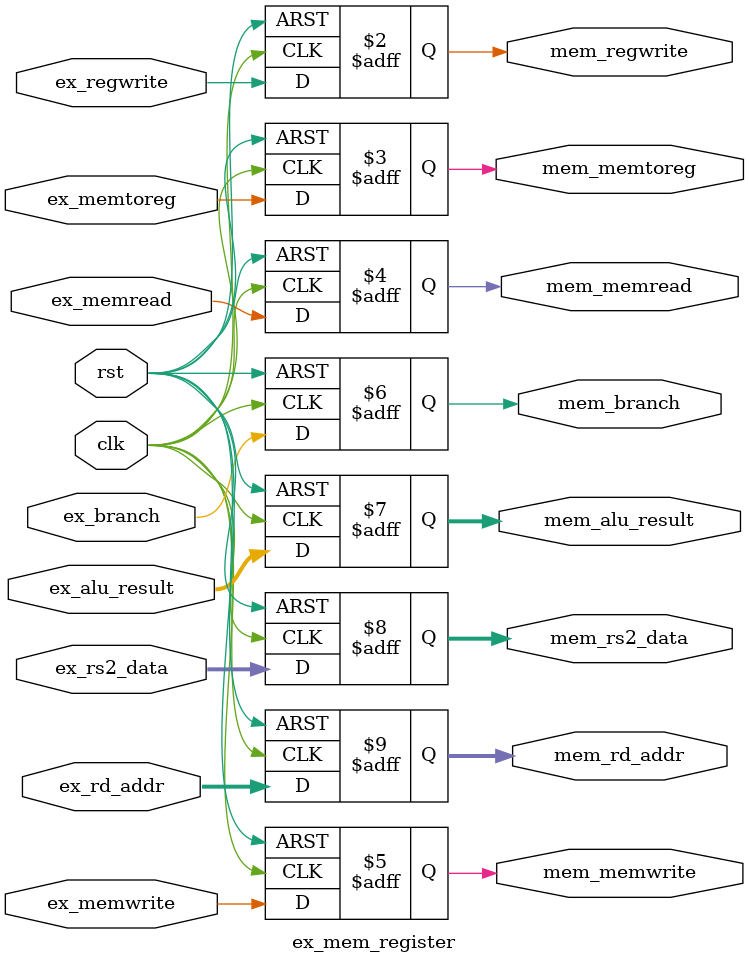
<source format=v>
module ex_mem_register #(
    parameter XLEN = 32,
    parameter NOP_RD_ADDR = 5'b00000 
) (
    input wire clk,
    input wire rst, 

    // --- Inputs from Execute Stage (EX) ---
    // Control Signals for MEM and WB stages
    input wire        ex_regwrite,    // Write to register file in WB? (Pass through)
    input wire        ex_memtoreg,    // MUX selector for WB data source (Pass through)
    input wire        ex_memread,     // Read from data memory in MEM? (Used in MEM)
    input wire        ex_memwrite,    // Write to data memory in MEM? (Used in MEM)
    input wire        ex_branch,      // Was this a branch? (Used for hazards, pass through if needed later)

    // Data/Results from EX stage
    input wire [XLEN-1:0] ex_alu_result,  // Result from ALU calculation
    input wire [XLEN-1:0] ex_rs2_data,    // Original rs2 data (needed for SW instruction)
    input wire [4:0]      ex_rd_addr,     // Destination register address (Pass through for WB)

    // --- Outputs to Memory Stage (MEM) ---
    // Control Signals
    output reg        mem_regwrite,
    output reg        mem_memtoreg,
    output reg        mem_memread,
    output reg        mem_memwrite,
    output reg        mem_branch,

    // Data/Results
    output reg [XLEN-1:0] mem_alu_result,
    output reg [XLEN-1:0] mem_rs2_data,
    output reg [4:0]      mem_rd_addr
);

    localparam NOP_REGWRITE = 1'b0;
    localparam NOP_MEMTOREG = 1'b0;
    localparam NOP_MEMREAD  = 1'b0;
    localparam NOP_MEMWRITE = 1'b0;
    localparam NOP_BRANCH   = 1'b0;

    always @(posedge clk or posedge rst) begin
        if (rst) begin
            mem_regwrite   <= NOP_REGWRITE;
            mem_memtoreg   <= NOP_MEMTOREG;
            mem_memread    <= NOP_MEMREAD;
            mem_memwrite   <= NOP_MEMWRITE;
            mem_branch     <= NOP_BRANCH;
            
            mem_alu_result <= {XLEN{1'b0}};
            mem_rs2_data   <= {XLEN{1'b0}};
            mem_rd_addr    <= NOP_RD_ADDR;
        end
        else begin
            mem_regwrite   <= ex_regwrite;
            mem_memtoreg   <= ex_memtoreg;
            mem_memread    <= ex_memread;
            mem_memwrite   <= ex_memwrite;
            mem_branch     <= ex_branch; 
            mem_alu_result <= ex_alu_result;
            mem_rs2_data   <= ex_rs2_data;  
            mem_rd_addr    <= ex_rd_addr;   
        end
    end

endmodule
</source>
